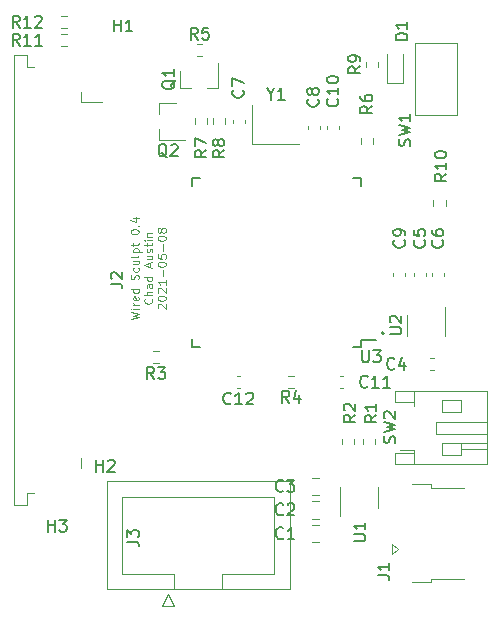
<source format=gbr>
G04 #@! TF.GenerationSoftware,KiCad,Pcbnew,(5.1.8)-1*
G04 #@! TF.CreationDate,2021-05-08T18:02:40-07:00*
G04 #@! TF.ProjectId,wired-sculpt,77697265-642d-4736-9375-6c70742e6b69,rev?*
G04 #@! TF.SameCoordinates,Original*
G04 #@! TF.FileFunction,Legend,Top*
G04 #@! TF.FilePolarity,Positive*
%FSLAX46Y46*%
G04 Gerber Fmt 4.6, Leading zero omitted, Abs format (unit mm)*
G04 Created by KiCad (PCBNEW (5.1.8)-1) date 2021-05-08 18:02:40*
%MOMM*%
%LPD*%
G01*
G04 APERTURE LIST*
%ADD10C,0.200000*%
%ADD11C,0.100000*%
%ADD12C,0.120000*%
%ADD13C,0.150000*%
G04 APERTURE END LIST*
D10*
X153100000Y-58000000D02*
G75*
G03*
X153100000Y-58000000I-100000J0D01*
G01*
D11*
X131643666Y-56820666D02*
X132343666Y-56654000D01*
X131843666Y-56520666D01*
X132343666Y-56387333D01*
X131643666Y-56220666D01*
X132343666Y-55954000D02*
X131877000Y-55954000D01*
X131643666Y-55954000D02*
X131677000Y-55987333D01*
X131710333Y-55954000D01*
X131677000Y-55920666D01*
X131643666Y-55954000D01*
X131710333Y-55954000D01*
X132343666Y-55620666D02*
X131877000Y-55620666D01*
X132010333Y-55620666D02*
X131943666Y-55587333D01*
X131910333Y-55554000D01*
X131877000Y-55487333D01*
X131877000Y-55420666D01*
X132310333Y-54920666D02*
X132343666Y-54987333D01*
X132343666Y-55120666D01*
X132310333Y-55187333D01*
X132243666Y-55220666D01*
X131977000Y-55220666D01*
X131910333Y-55187333D01*
X131877000Y-55120666D01*
X131877000Y-54987333D01*
X131910333Y-54920666D01*
X131977000Y-54887333D01*
X132043666Y-54887333D01*
X132110333Y-55220666D01*
X132343666Y-54287333D02*
X131643666Y-54287333D01*
X132310333Y-54287333D02*
X132343666Y-54354000D01*
X132343666Y-54487333D01*
X132310333Y-54554000D01*
X132277000Y-54587333D01*
X132210333Y-54620666D01*
X132010333Y-54620666D01*
X131943666Y-54587333D01*
X131910333Y-54554000D01*
X131877000Y-54487333D01*
X131877000Y-54354000D01*
X131910333Y-54287333D01*
X132310333Y-53454000D02*
X132343666Y-53354000D01*
X132343666Y-53187333D01*
X132310333Y-53120666D01*
X132277000Y-53087333D01*
X132210333Y-53054000D01*
X132143666Y-53054000D01*
X132077000Y-53087333D01*
X132043666Y-53120666D01*
X132010333Y-53187333D01*
X131977000Y-53320666D01*
X131943666Y-53387333D01*
X131910333Y-53420666D01*
X131843666Y-53454000D01*
X131777000Y-53454000D01*
X131710333Y-53420666D01*
X131677000Y-53387333D01*
X131643666Y-53320666D01*
X131643666Y-53154000D01*
X131677000Y-53054000D01*
X132310333Y-52454000D02*
X132343666Y-52520666D01*
X132343666Y-52654000D01*
X132310333Y-52720666D01*
X132277000Y-52754000D01*
X132210333Y-52787333D01*
X132010333Y-52787333D01*
X131943666Y-52754000D01*
X131910333Y-52720666D01*
X131877000Y-52654000D01*
X131877000Y-52520666D01*
X131910333Y-52454000D01*
X131877000Y-51854000D02*
X132343666Y-51854000D01*
X131877000Y-52154000D02*
X132243666Y-52154000D01*
X132310333Y-52120666D01*
X132343666Y-52054000D01*
X132343666Y-51954000D01*
X132310333Y-51887333D01*
X132277000Y-51854000D01*
X132343666Y-51420666D02*
X132310333Y-51487333D01*
X132243666Y-51520666D01*
X131643666Y-51520666D01*
X131877000Y-51154000D02*
X132577000Y-51154000D01*
X131910333Y-51154000D02*
X131877000Y-51087333D01*
X131877000Y-50954000D01*
X131910333Y-50887333D01*
X131943666Y-50854000D01*
X132010333Y-50820666D01*
X132210333Y-50820666D01*
X132277000Y-50854000D01*
X132310333Y-50887333D01*
X132343666Y-50954000D01*
X132343666Y-51087333D01*
X132310333Y-51154000D01*
X131877000Y-50620666D02*
X131877000Y-50354000D01*
X131643666Y-50520666D02*
X132243666Y-50520666D01*
X132310333Y-50487333D01*
X132343666Y-50420666D01*
X132343666Y-50354000D01*
X131643666Y-49454000D02*
X131643666Y-49387333D01*
X131677000Y-49320666D01*
X131710333Y-49287333D01*
X131777000Y-49254000D01*
X131910333Y-49220666D01*
X132077000Y-49220666D01*
X132210333Y-49254000D01*
X132277000Y-49287333D01*
X132310333Y-49320666D01*
X132343666Y-49387333D01*
X132343666Y-49454000D01*
X132310333Y-49520666D01*
X132277000Y-49554000D01*
X132210333Y-49587333D01*
X132077000Y-49620666D01*
X131910333Y-49620666D01*
X131777000Y-49587333D01*
X131710333Y-49554000D01*
X131677000Y-49520666D01*
X131643666Y-49454000D01*
X132277000Y-48920666D02*
X132310333Y-48887333D01*
X132343666Y-48920666D01*
X132310333Y-48954000D01*
X132277000Y-48920666D01*
X132343666Y-48920666D01*
X131877000Y-48287333D02*
X132343666Y-48287333D01*
X131610333Y-48454000D02*
X132110333Y-48620666D01*
X132110333Y-48187333D01*
X133427000Y-55087333D02*
X133460333Y-55120666D01*
X133493666Y-55220666D01*
X133493666Y-55287333D01*
X133460333Y-55387333D01*
X133393666Y-55454000D01*
X133327000Y-55487333D01*
X133193666Y-55520666D01*
X133093666Y-55520666D01*
X132960333Y-55487333D01*
X132893666Y-55454000D01*
X132827000Y-55387333D01*
X132793666Y-55287333D01*
X132793666Y-55220666D01*
X132827000Y-55120666D01*
X132860333Y-55087333D01*
X133493666Y-54787333D02*
X132793666Y-54787333D01*
X133493666Y-54487333D02*
X133127000Y-54487333D01*
X133060333Y-54520666D01*
X133027000Y-54587333D01*
X133027000Y-54687333D01*
X133060333Y-54754000D01*
X133093666Y-54787333D01*
X133493666Y-53854000D02*
X133127000Y-53854000D01*
X133060333Y-53887333D01*
X133027000Y-53954000D01*
X133027000Y-54087333D01*
X133060333Y-54154000D01*
X133460333Y-53854000D02*
X133493666Y-53920666D01*
X133493666Y-54087333D01*
X133460333Y-54154000D01*
X133393666Y-54187333D01*
X133327000Y-54187333D01*
X133260333Y-54154000D01*
X133227000Y-54087333D01*
X133227000Y-53920666D01*
X133193666Y-53854000D01*
X133493666Y-53220666D02*
X132793666Y-53220666D01*
X133460333Y-53220666D02*
X133493666Y-53287333D01*
X133493666Y-53420666D01*
X133460333Y-53487333D01*
X133427000Y-53520666D01*
X133360333Y-53554000D01*
X133160333Y-53554000D01*
X133093666Y-53520666D01*
X133060333Y-53487333D01*
X133027000Y-53420666D01*
X133027000Y-53287333D01*
X133060333Y-53220666D01*
X133293666Y-52387333D02*
X133293666Y-52054000D01*
X133493666Y-52454000D02*
X132793666Y-52220666D01*
X133493666Y-51987333D01*
X133027000Y-51454000D02*
X133493666Y-51454000D01*
X133027000Y-51754000D02*
X133393666Y-51754000D01*
X133460333Y-51720666D01*
X133493666Y-51654000D01*
X133493666Y-51554000D01*
X133460333Y-51487333D01*
X133427000Y-51454000D01*
X133460333Y-51154000D02*
X133493666Y-51087333D01*
X133493666Y-50954000D01*
X133460333Y-50887333D01*
X133393666Y-50854000D01*
X133360333Y-50854000D01*
X133293666Y-50887333D01*
X133260333Y-50954000D01*
X133260333Y-51054000D01*
X133227000Y-51120666D01*
X133160333Y-51154000D01*
X133127000Y-51154000D01*
X133060333Y-51120666D01*
X133027000Y-51054000D01*
X133027000Y-50954000D01*
X133060333Y-50887333D01*
X133027000Y-50654000D02*
X133027000Y-50387333D01*
X132793666Y-50554000D02*
X133393666Y-50554000D01*
X133460333Y-50520666D01*
X133493666Y-50454000D01*
X133493666Y-50387333D01*
X133493666Y-50154000D02*
X133027000Y-50154000D01*
X132793666Y-50154000D02*
X132827000Y-50187333D01*
X132860333Y-50154000D01*
X132827000Y-50120666D01*
X132793666Y-50154000D01*
X132860333Y-50154000D01*
X133027000Y-49820666D02*
X133493666Y-49820666D01*
X133093666Y-49820666D02*
X133060333Y-49787333D01*
X133027000Y-49720666D01*
X133027000Y-49620666D01*
X133060333Y-49554000D01*
X133127000Y-49520666D01*
X133493666Y-49520666D01*
X134010333Y-55904000D02*
X133977000Y-55870666D01*
X133943666Y-55804000D01*
X133943666Y-55637333D01*
X133977000Y-55570666D01*
X134010333Y-55537333D01*
X134077000Y-55504000D01*
X134143666Y-55504000D01*
X134243666Y-55537333D01*
X134643666Y-55937333D01*
X134643666Y-55504000D01*
X133943666Y-55070666D02*
X133943666Y-55004000D01*
X133977000Y-54937333D01*
X134010333Y-54904000D01*
X134077000Y-54870666D01*
X134210333Y-54837333D01*
X134377000Y-54837333D01*
X134510333Y-54870666D01*
X134577000Y-54904000D01*
X134610333Y-54937333D01*
X134643666Y-55004000D01*
X134643666Y-55070666D01*
X134610333Y-55137333D01*
X134577000Y-55170666D01*
X134510333Y-55204000D01*
X134377000Y-55237333D01*
X134210333Y-55237333D01*
X134077000Y-55204000D01*
X134010333Y-55170666D01*
X133977000Y-55137333D01*
X133943666Y-55070666D01*
X134010333Y-54570666D02*
X133977000Y-54537333D01*
X133943666Y-54470666D01*
X133943666Y-54304000D01*
X133977000Y-54237333D01*
X134010333Y-54204000D01*
X134077000Y-54170666D01*
X134143666Y-54170666D01*
X134243666Y-54204000D01*
X134643666Y-54604000D01*
X134643666Y-54170666D01*
X134643666Y-53504000D02*
X134643666Y-53904000D01*
X134643666Y-53704000D02*
X133943666Y-53704000D01*
X134043666Y-53770666D01*
X134110333Y-53837333D01*
X134143666Y-53904000D01*
X134377000Y-53204000D02*
X134377000Y-52670666D01*
X133943666Y-52204000D02*
X133943666Y-52137333D01*
X133977000Y-52070666D01*
X134010333Y-52037333D01*
X134077000Y-52004000D01*
X134210333Y-51970666D01*
X134377000Y-51970666D01*
X134510333Y-52004000D01*
X134577000Y-52037333D01*
X134610333Y-52070666D01*
X134643666Y-52137333D01*
X134643666Y-52204000D01*
X134610333Y-52270666D01*
X134577000Y-52304000D01*
X134510333Y-52337333D01*
X134377000Y-52370666D01*
X134210333Y-52370666D01*
X134077000Y-52337333D01*
X134010333Y-52304000D01*
X133977000Y-52270666D01*
X133943666Y-52204000D01*
X133943666Y-51337333D02*
X133943666Y-51670666D01*
X134277000Y-51704000D01*
X134243666Y-51670666D01*
X134210333Y-51604000D01*
X134210333Y-51437333D01*
X134243666Y-51370666D01*
X134277000Y-51337333D01*
X134343666Y-51304000D01*
X134510333Y-51304000D01*
X134577000Y-51337333D01*
X134610333Y-51370666D01*
X134643666Y-51437333D01*
X134643666Y-51604000D01*
X134610333Y-51670666D01*
X134577000Y-51704000D01*
X134377000Y-51004000D02*
X134377000Y-50470666D01*
X133943666Y-50004000D02*
X133943666Y-49937333D01*
X133977000Y-49870666D01*
X134010333Y-49837333D01*
X134077000Y-49804000D01*
X134210333Y-49770666D01*
X134377000Y-49770666D01*
X134510333Y-49804000D01*
X134577000Y-49837333D01*
X134610333Y-49870666D01*
X134643666Y-49937333D01*
X134643666Y-50004000D01*
X134610333Y-50070666D01*
X134577000Y-50104000D01*
X134510333Y-50137333D01*
X134377000Y-50170666D01*
X134210333Y-50170666D01*
X134077000Y-50137333D01*
X134010333Y-50104000D01*
X133977000Y-50070666D01*
X133943666Y-50004000D01*
X134243666Y-49370666D02*
X134210333Y-49437333D01*
X134177000Y-49470666D01*
X134110333Y-49504000D01*
X134077000Y-49504000D01*
X134010333Y-49470666D01*
X133977000Y-49437333D01*
X133943666Y-49370666D01*
X133943666Y-49237333D01*
X133977000Y-49170666D01*
X134010333Y-49137333D01*
X134077000Y-49104000D01*
X134110333Y-49104000D01*
X134177000Y-49137333D01*
X134210333Y-49170666D01*
X134243666Y-49237333D01*
X134243666Y-49370666D01*
X134277000Y-49437333D01*
X134310333Y-49470666D01*
X134377000Y-49504000D01*
X134510333Y-49504000D01*
X134577000Y-49470666D01*
X134610333Y-49437333D01*
X134643666Y-49370666D01*
X134643666Y-49237333D01*
X134610333Y-49170666D01*
X134577000Y-49137333D01*
X134510333Y-49104000D01*
X134377000Y-49104000D01*
X134310333Y-49137333D01*
X134277000Y-49170666D01*
X134243666Y-49237333D01*
D12*
G04 #@! TO.C,J3*
X135328000Y-81060000D02*
X134828000Y-80060000D01*
X134328000Y-81060000D02*
X135328000Y-81060000D01*
X134828000Y-80060000D02*
X134328000Y-81060000D01*
X139418000Y-78360000D02*
X139418000Y-79670000D01*
X139418000Y-78360000D02*
X139418000Y-78360000D01*
X143818000Y-78360000D02*
X139418000Y-78360000D01*
X143818000Y-71860000D02*
X143818000Y-78360000D01*
X130918000Y-71860000D02*
X143818000Y-71860000D01*
X130918000Y-78360000D02*
X130918000Y-71860000D01*
X135318000Y-78360000D02*
X130918000Y-78360000D01*
X135318000Y-79670000D02*
X135318000Y-78360000D01*
X145118000Y-79670000D02*
X129618000Y-79670000D01*
X145118000Y-70550000D02*
X145118000Y-79670000D01*
X129618000Y-70550000D02*
X145118000Y-70550000D01*
X129618000Y-79670000D02*
X129618000Y-70550000D01*
G04 #@! TO.C,C8*
X147657000Y-40438420D02*
X147657000Y-40719580D01*
X146637000Y-40438420D02*
X146637000Y-40719580D01*
G04 #@! TO.C,C12*
X140910580Y-62666000D02*
X140629420Y-62666000D01*
X140910580Y-61646000D02*
X140629420Y-61646000D01*
G04 #@! TO.C,R9*
X151544500Y-35494258D02*
X151544500Y-35019742D01*
X152589500Y-35494258D02*
X152589500Y-35019742D01*
G04 #@! TO.C,C3*
X147046748Y-70234000D02*
X147569252Y-70234000D01*
X147046748Y-71704000D02*
X147569252Y-71704000D01*
G04 #@! TO.C,U1*
X152610000Y-72800000D02*
X152610000Y-71000000D01*
X149390000Y-71000000D02*
X149390000Y-73450000D01*
D13*
G04 #@! TO.C,U3*
X151175000Y-59175000D02*
X151175000Y-58600000D01*
X136825000Y-59175000D02*
X136825000Y-58500000D01*
X136825000Y-44825000D02*
X136825000Y-45500000D01*
X151175000Y-44825000D02*
X151175000Y-45500000D01*
X151175000Y-59175000D02*
X150500000Y-59175000D01*
X151175000Y-44825000D02*
X150500000Y-44825000D01*
X136825000Y-44825000D02*
X137500000Y-44825000D01*
X136825000Y-59175000D02*
X137500000Y-59175000D01*
X151175000Y-58600000D02*
X152450000Y-58600000D01*
D12*
G04 #@! TO.C,R1*
X152368500Y-66935742D02*
X152368500Y-67410258D01*
X151323500Y-66935742D02*
X151323500Y-67410258D01*
G04 #@! TO.C,J2*
X127410000Y-68565000D02*
X127410000Y-69390000D01*
X127410000Y-38435000D02*
X129210000Y-38435000D01*
X127410000Y-37610000D02*
X127410000Y-38435000D01*
X122900000Y-35455000D02*
X123440000Y-35455000D01*
X122900000Y-34430000D02*
X122900000Y-35455000D01*
X121790000Y-34430000D02*
X122900000Y-34430000D01*
X121790000Y-72570000D02*
X121790000Y-34430000D01*
X122900000Y-72570000D02*
X121790000Y-72570000D01*
X122900000Y-71545000D02*
X122900000Y-72570000D01*
X123440000Y-71545000D02*
X122900000Y-71545000D01*
G04 #@! TO.C,C7*
X141307000Y-40211580D02*
X141307000Y-39930420D01*
X140287000Y-40211580D02*
X140287000Y-39930420D01*
G04 #@! TO.C,C9*
X154896000Y-52871420D02*
X154896000Y-53152580D01*
X153876000Y-52871420D02*
X153876000Y-53152580D01*
G04 #@! TO.C,D1*
X153382000Y-34344500D02*
X153382000Y-36829500D01*
X153382000Y-36829500D02*
X154752000Y-36829500D01*
X154752000Y-36829500D02*
X154752000Y-34344500D01*
G04 #@! TO.C,J1*
X157050000Y-79110000D02*
X155500000Y-79110000D01*
X157050000Y-79110000D02*
X157050000Y-78810000D01*
X159850000Y-78810000D02*
X157050000Y-78810000D01*
X157050000Y-70810000D02*
X155500000Y-70810000D01*
X157050000Y-71110000D02*
X157050000Y-70810000D01*
X159850000Y-71110000D02*
X157050000Y-71110000D01*
X153800000Y-75860000D02*
X154250000Y-76260000D01*
X153800000Y-76660000D02*
X153800000Y-75860000D01*
X154250000Y-76260000D02*
X153800000Y-76660000D01*
G04 #@! TO.C,R2*
X149545500Y-66935742D02*
X149545500Y-67410258D01*
X150590500Y-66935742D02*
X150590500Y-67410258D01*
G04 #@! TO.C,SW1*
X159310000Y-33440000D02*
X159310000Y-39560000D01*
X159310000Y-39560000D02*
X155690000Y-39560000D01*
X155690000Y-39560000D02*
X155690000Y-33440000D01*
X155690000Y-33440000D02*
X159310000Y-33440000D01*
G04 #@! TO.C,Y1*
X141908500Y-38662000D02*
X141908500Y-41962000D01*
X141908500Y-41962000D02*
X145908500Y-41962000D01*
G04 #@! TO.C,R3*
X134037258Y-59477500D02*
X133562742Y-59477500D01*
X134037258Y-60522500D02*
X133562742Y-60522500D01*
G04 #@! TO.C,R10*
X158322500Y-47212258D02*
X158322500Y-46737742D01*
X157277500Y-47212258D02*
X157277500Y-46737742D01*
G04 #@! TO.C,C1*
X147046748Y-74234000D02*
X147569252Y-74234000D01*
X147046748Y-75704000D02*
X147569252Y-75704000D01*
G04 #@! TO.C,C2*
X147046748Y-73704000D02*
X147569252Y-73704000D01*
X147046748Y-72234000D02*
X147569252Y-72234000D01*
G04 #@! TO.C,R4*
X145479258Y-62678500D02*
X145004742Y-62678500D01*
X145479258Y-61633500D02*
X145004742Y-61633500D01*
G04 #@! TO.C,SW2*
X155640000Y-67860000D02*
X155640000Y-68140000D01*
X155640000Y-68140000D02*
X154040000Y-68140000D01*
X154040000Y-68140000D02*
X154040000Y-69060000D01*
X154040000Y-69060000D02*
X161860000Y-69060000D01*
X161860000Y-69060000D02*
X161860000Y-62940000D01*
X161860000Y-62940000D02*
X154040000Y-62940000D01*
X154040000Y-62940000D02*
X154040000Y-63860000D01*
X154040000Y-63860000D02*
X155640000Y-63860000D01*
X155640000Y-63860000D02*
X155640000Y-64140000D01*
X161860000Y-66500000D02*
X157500000Y-66500000D01*
X157500000Y-66500000D02*
X157500000Y-65500000D01*
X157500000Y-65500000D02*
X161860000Y-65500000D01*
X155640000Y-69060000D02*
X155640000Y-68140000D01*
X155640000Y-62940000D02*
X155640000Y-63860000D01*
X158000000Y-68300000D02*
X159600000Y-68300000D01*
X159600000Y-68300000D02*
X159600000Y-67300000D01*
X159600000Y-67300000D02*
X158000000Y-67300000D01*
X158000000Y-67300000D02*
X158000000Y-68300000D01*
X158000000Y-63700000D02*
X159600000Y-63700000D01*
X159600000Y-63700000D02*
X159600000Y-64700000D01*
X159600000Y-64700000D02*
X158000000Y-64700000D01*
X158000000Y-64700000D02*
X158000000Y-63700000D01*
X159600000Y-67300000D02*
X161860000Y-67300000D01*
X159600000Y-67800000D02*
X161860000Y-67800000D01*
X155640000Y-67860000D02*
X154425000Y-67860000D01*
G04 #@! TO.C,C11*
X149379420Y-62666000D02*
X149660580Y-62666000D01*
X149379420Y-61646000D02*
X149660580Y-61646000D01*
G04 #@! TO.C,C10*
X148288000Y-40719580D02*
X148288000Y-40438420D01*
X149308000Y-40719580D02*
X149308000Y-40438420D01*
G04 #@! TO.C,C4*
X157039420Y-60122000D02*
X157320580Y-60122000D01*
X157039420Y-61142000D02*
X157320580Y-61142000D01*
G04 #@! TO.C,C5*
X156674000Y-53152580D02*
X156674000Y-52871420D01*
X155654000Y-53152580D02*
X155654000Y-52871420D01*
G04 #@! TO.C,C6*
X157178000Y-53152580D02*
X157178000Y-52871420D01*
X158198000Y-53152580D02*
X158198000Y-52871420D01*
G04 #@! TO.C,U2*
X155062000Y-56430000D02*
X155062000Y-58230000D01*
X158282000Y-58230000D02*
X158282000Y-55780000D01*
G04 #@! TO.C,Q1*
X135854000Y-37246000D02*
X136784000Y-37246000D01*
X139014000Y-37246000D02*
X138084000Y-37246000D01*
X139014000Y-37246000D02*
X139014000Y-35086000D01*
X135854000Y-37246000D02*
X135854000Y-35786000D01*
G04 #@! TO.C,Q2*
X134068000Y-38478000D02*
X135528000Y-38478000D01*
X134068000Y-41638000D02*
X136228000Y-41638000D01*
X134068000Y-41638000D02*
X134068000Y-40708000D01*
X134068000Y-38478000D02*
X134068000Y-39408000D01*
G04 #@! TO.C,R5*
X137732758Y-33503000D02*
X137258242Y-33503000D01*
X137732758Y-34548000D02*
X137258242Y-34548000D01*
G04 #@! TO.C,R6*
X152178000Y-41471242D02*
X152178000Y-41945758D01*
X151133000Y-41471242D02*
X151133000Y-41945758D01*
G04 #@! TO.C,R7*
X138144500Y-40295258D02*
X138144500Y-39820742D01*
X137099500Y-40295258D02*
X137099500Y-39820742D01*
G04 #@! TO.C,R8*
X138623500Y-40295258D02*
X138623500Y-39820742D01*
X139668500Y-40295258D02*
X139668500Y-39820742D01*
G04 #@! TO.C,R11*
X125763742Y-32677500D02*
X126238258Y-32677500D01*
X125763742Y-33722500D02*
X126238258Y-33722500D01*
G04 #@! TO.C,R12*
X125763742Y-32198500D02*
X126238258Y-32198500D01*
X125763742Y-31153500D02*
X126238258Y-31153500D01*
G04 #@! TO.C,J3*
D13*
X131330380Y-75663333D02*
X132044666Y-75663333D01*
X132187523Y-75710952D01*
X132282761Y-75806190D01*
X132330380Y-75949047D01*
X132330380Y-76044285D01*
X131330380Y-75282380D02*
X131330380Y-74663333D01*
X131711333Y-74996666D01*
X131711333Y-74853809D01*
X131758952Y-74758571D01*
X131806571Y-74710952D01*
X131901809Y-74663333D01*
X132139904Y-74663333D01*
X132235142Y-74710952D01*
X132282761Y-74758571D01*
X132330380Y-74853809D01*
X132330380Y-75139523D01*
X132282761Y-75234761D01*
X132235142Y-75282380D01*
G04 #@! TO.C,C8*
X147504142Y-38192666D02*
X147551761Y-38240285D01*
X147599380Y-38383142D01*
X147599380Y-38478380D01*
X147551761Y-38621238D01*
X147456523Y-38716476D01*
X147361285Y-38764095D01*
X147170809Y-38811714D01*
X147027952Y-38811714D01*
X146837476Y-38764095D01*
X146742238Y-38716476D01*
X146647000Y-38621238D01*
X146599380Y-38478380D01*
X146599380Y-38383142D01*
X146647000Y-38240285D01*
X146694619Y-38192666D01*
X147027952Y-37621238D02*
X146980333Y-37716476D01*
X146932714Y-37764095D01*
X146837476Y-37811714D01*
X146789857Y-37811714D01*
X146694619Y-37764095D01*
X146647000Y-37716476D01*
X146599380Y-37621238D01*
X146599380Y-37430761D01*
X146647000Y-37335523D01*
X146694619Y-37287904D01*
X146789857Y-37240285D01*
X146837476Y-37240285D01*
X146932714Y-37287904D01*
X146980333Y-37335523D01*
X147027952Y-37430761D01*
X147027952Y-37621238D01*
X147075571Y-37716476D01*
X147123190Y-37764095D01*
X147218428Y-37811714D01*
X147408904Y-37811714D01*
X147504142Y-37764095D01*
X147551761Y-37716476D01*
X147599380Y-37621238D01*
X147599380Y-37430761D01*
X147551761Y-37335523D01*
X147504142Y-37287904D01*
X147408904Y-37240285D01*
X147218428Y-37240285D01*
X147123190Y-37287904D01*
X147075571Y-37335523D01*
X147027952Y-37430761D01*
G04 #@! TO.C,C12*
X140127142Y-63943142D02*
X140079523Y-63990761D01*
X139936666Y-64038380D01*
X139841428Y-64038380D01*
X139698571Y-63990761D01*
X139603333Y-63895523D01*
X139555714Y-63800285D01*
X139508095Y-63609809D01*
X139508095Y-63466952D01*
X139555714Y-63276476D01*
X139603333Y-63181238D01*
X139698571Y-63086000D01*
X139841428Y-63038380D01*
X139936666Y-63038380D01*
X140079523Y-63086000D01*
X140127142Y-63133619D01*
X141079523Y-64038380D02*
X140508095Y-64038380D01*
X140793809Y-64038380D02*
X140793809Y-63038380D01*
X140698571Y-63181238D01*
X140603333Y-63276476D01*
X140508095Y-63324095D01*
X141460476Y-63133619D02*
X141508095Y-63086000D01*
X141603333Y-63038380D01*
X141841428Y-63038380D01*
X141936666Y-63086000D01*
X141984285Y-63133619D01*
X142031904Y-63228857D01*
X142031904Y-63324095D01*
X141984285Y-63466952D01*
X141412857Y-64038380D01*
X142031904Y-64038380D01*
G04 #@! TO.C,R9*
X151089380Y-35423666D02*
X150613190Y-35757000D01*
X151089380Y-35995095D02*
X150089380Y-35995095D01*
X150089380Y-35614142D01*
X150137000Y-35518904D01*
X150184619Y-35471285D01*
X150279857Y-35423666D01*
X150422714Y-35423666D01*
X150517952Y-35471285D01*
X150565571Y-35518904D01*
X150613190Y-35614142D01*
X150613190Y-35995095D01*
X151089380Y-34947476D02*
X151089380Y-34757000D01*
X151041761Y-34661761D01*
X150994142Y-34614142D01*
X150851285Y-34518904D01*
X150660809Y-34471285D01*
X150279857Y-34471285D01*
X150184619Y-34518904D01*
X150137000Y-34566523D01*
X150089380Y-34661761D01*
X150089380Y-34852238D01*
X150137000Y-34947476D01*
X150184619Y-34995095D01*
X150279857Y-35042714D01*
X150517952Y-35042714D01*
X150613190Y-34995095D01*
X150660809Y-34947476D01*
X150708428Y-34852238D01*
X150708428Y-34661761D01*
X150660809Y-34566523D01*
X150613190Y-34518904D01*
X150517952Y-34471285D01*
G04 #@! TO.C,C3*
X144567333Y-71326142D02*
X144519714Y-71373761D01*
X144376857Y-71421380D01*
X144281619Y-71421380D01*
X144138761Y-71373761D01*
X144043523Y-71278523D01*
X143995904Y-71183285D01*
X143948285Y-70992809D01*
X143948285Y-70849952D01*
X143995904Y-70659476D01*
X144043523Y-70564238D01*
X144138761Y-70469000D01*
X144281619Y-70421380D01*
X144376857Y-70421380D01*
X144519714Y-70469000D01*
X144567333Y-70516619D01*
X144900666Y-70421380D02*
X145519714Y-70421380D01*
X145186380Y-70802333D01*
X145329238Y-70802333D01*
X145424476Y-70849952D01*
X145472095Y-70897571D01*
X145519714Y-70992809D01*
X145519714Y-71230904D01*
X145472095Y-71326142D01*
X145424476Y-71373761D01*
X145329238Y-71421380D01*
X145043523Y-71421380D01*
X144948285Y-71373761D01*
X144900666Y-71326142D01*
G04 #@! TO.C,U1*
X150536380Y-75617904D02*
X151345904Y-75617904D01*
X151441142Y-75570285D01*
X151488761Y-75522666D01*
X151536380Y-75427428D01*
X151536380Y-75236952D01*
X151488761Y-75141714D01*
X151441142Y-75094095D01*
X151345904Y-75046476D01*
X150536380Y-75046476D01*
X151536380Y-74046476D02*
X151536380Y-74617904D01*
X151536380Y-74332190D02*
X150536380Y-74332190D01*
X150679238Y-74427428D01*
X150774476Y-74522666D01*
X150822095Y-74617904D01*
G04 #@! TO.C,U3*
X151238095Y-59452380D02*
X151238095Y-60261904D01*
X151285714Y-60357142D01*
X151333333Y-60404761D01*
X151428571Y-60452380D01*
X151619047Y-60452380D01*
X151714285Y-60404761D01*
X151761904Y-60357142D01*
X151809523Y-60261904D01*
X151809523Y-59452380D01*
X152190476Y-59452380D02*
X152809523Y-59452380D01*
X152476190Y-59833333D01*
X152619047Y-59833333D01*
X152714285Y-59880952D01*
X152761904Y-59928571D01*
X152809523Y-60023809D01*
X152809523Y-60261904D01*
X152761904Y-60357142D01*
X152714285Y-60404761D01*
X152619047Y-60452380D01*
X152333333Y-60452380D01*
X152238095Y-60404761D01*
X152190476Y-60357142D01*
G04 #@! TO.C,R1*
X152468380Y-64934666D02*
X151992190Y-65268000D01*
X152468380Y-65506095D02*
X151468380Y-65506095D01*
X151468380Y-65125142D01*
X151516000Y-65029904D01*
X151563619Y-64982285D01*
X151658857Y-64934666D01*
X151801714Y-64934666D01*
X151896952Y-64982285D01*
X151944571Y-65029904D01*
X151992190Y-65125142D01*
X151992190Y-65506095D01*
X152468380Y-63982285D02*
X152468380Y-64553714D01*
X152468380Y-64268000D02*
X151468380Y-64268000D01*
X151611238Y-64363238D01*
X151706476Y-64458476D01*
X151754095Y-64553714D01*
G04 #@! TO.C,J2*
X129952380Y-53833333D02*
X130666666Y-53833333D01*
X130809523Y-53880952D01*
X130904761Y-53976190D01*
X130952380Y-54119047D01*
X130952380Y-54214285D01*
X130047619Y-53404761D02*
X130000000Y-53357142D01*
X129952380Y-53261904D01*
X129952380Y-53023809D01*
X130000000Y-52928571D01*
X130047619Y-52880952D01*
X130142857Y-52833333D01*
X130238095Y-52833333D01*
X130380952Y-52880952D01*
X130952380Y-53452380D01*
X130952380Y-52833333D01*
G04 #@! TO.C,C7*
X141154142Y-37430666D02*
X141201761Y-37478285D01*
X141249380Y-37621142D01*
X141249380Y-37716380D01*
X141201761Y-37859238D01*
X141106523Y-37954476D01*
X141011285Y-38002095D01*
X140820809Y-38049714D01*
X140677952Y-38049714D01*
X140487476Y-38002095D01*
X140392238Y-37954476D01*
X140297000Y-37859238D01*
X140249380Y-37716380D01*
X140249380Y-37621142D01*
X140297000Y-37478285D01*
X140344619Y-37430666D01*
X140249380Y-37097333D02*
X140249380Y-36430666D01*
X141249380Y-36859238D01*
G04 #@! TO.C,C9*
X154806642Y-50130666D02*
X154854261Y-50178285D01*
X154901880Y-50321142D01*
X154901880Y-50416380D01*
X154854261Y-50559238D01*
X154759023Y-50654476D01*
X154663785Y-50702095D01*
X154473309Y-50749714D01*
X154330452Y-50749714D01*
X154139976Y-50702095D01*
X154044738Y-50654476D01*
X153949500Y-50559238D01*
X153901880Y-50416380D01*
X153901880Y-50321142D01*
X153949500Y-50178285D01*
X153997119Y-50130666D01*
X154901880Y-49654476D02*
X154901880Y-49464000D01*
X154854261Y-49368761D01*
X154806642Y-49321142D01*
X154663785Y-49225904D01*
X154473309Y-49178285D01*
X154092357Y-49178285D01*
X153997119Y-49225904D01*
X153949500Y-49273523D01*
X153901880Y-49368761D01*
X153901880Y-49559238D01*
X153949500Y-49654476D01*
X153997119Y-49702095D01*
X154092357Y-49749714D01*
X154330452Y-49749714D01*
X154425690Y-49702095D01*
X154473309Y-49654476D01*
X154520928Y-49559238D01*
X154520928Y-49368761D01*
X154473309Y-49273523D01*
X154425690Y-49225904D01*
X154330452Y-49178285D01*
G04 #@! TO.C,D1*
X155092380Y-33176095D02*
X154092380Y-33176095D01*
X154092380Y-32938000D01*
X154140000Y-32795142D01*
X154235238Y-32699904D01*
X154330476Y-32652285D01*
X154520952Y-32604666D01*
X154663809Y-32604666D01*
X154854285Y-32652285D01*
X154949523Y-32699904D01*
X155044761Y-32795142D01*
X155092380Y-32938000D01*
X155092380Y-33176095D01*
X155092380Y-31652285D02*
X155092380Y-32223714D01*
X155092380Y-31938000D02*
X154092380Y-31938000D01*
X154235238Y-32033238D01*
X154330476Y-32128476D01*
X154378095Y-32223714D01*
G04 #@! TO.C,J1*
X152568380Y-78491333D02*
X153282666Y-78491333D01*
X153425523Y-78538952D01*
X153520761Y-78634190D01*
X153568380Y-78777047D01*
X153568380Y-78872285D01*
X153568380Y-77491333D02*
X153568380Y-78062761D01*
X153568380Y-77777047D02*
X152568380Y-77777047D01*
X152711238Y-77872285D01*
X152806476Y-77967523D01*
X152854095Y-78062761D01*
G04 #@! TO.C,R2*
X150680380Y-64924666D02*
X150204190Y-65258000D01*
X150680380Y-65496095D02*
X149680380Y-65496095D01*
X149680380Y-65115142D01*
X149728000Y-65019904D01*
X149775619Y-64972285D01*
X149870857Y-64924666D01*
X150013714Y-64924666D01*
X150108952Y-64972285D01*
X150156571Y-65019904D01*
X150204190Y-65115142D01*
X150204190Y-65496095D01*
X149775619Y-64543714D02*
X149728000Y-64496095D01*
X149680380Y-64400857D01*
X149680380Y-64162761D01*
X149728000Y-64067523D01*
X149775619Y-64019904D01*
X149870857Y-63972285D01*
X149966095Y-63972285D01*
X150108952Y-64019904D01*
X150680380Y-64591333D01*
X150680380Y-63972285D01*
G04 #@! TO.C,SW1*
X155298761Y-42153333D02*
X155346380Y-42010476D01*
X155346380Y-41772380D01*
X155298761Y-41677142D01*
X155251142Y-41629523D01*
X155155904Y-41581904D01*
X155060666Y-41581904D01*
X154965428Y-41629523D01*
X154917809Y-41677142D01*
X154870190Y-41772380D01*
X154822571Y-41962857D01*
X154774952Y-42058095D01*
X154727333Y-42105714D01*
X154632095Y-42153333D01*
X154536857Y-42153333D01*
X154441619Y-42105714D01*
X154394000Y-42058095D01*
X154346380Y-41962857D01*
X154346380Y-41724761D01*
X154394000Y-41581904D01*
X154346380Y-41248571D02*
X155346380Y-41010476D01*
X154632095Y-40820000D01*
X155346380Y-40629523D01*
X154346380Y-40391428D01*
X155346380Y-39486666D02*
X155346380Y-40058095D01*
X155346380Y-39772380D02*
X154346380Y-39772380D01*
X154489238Y-39867619D01*
X154584476Y-39962857D01*
X154632095Y-40058095D01*
G04 #@! TO.C,Y1*
X143495809Y-37748190D02*
X143495809Y-38224380D01*
X143162476Y-37224380D02*
X143495809Y-37748190D01*
X143829142Y-37224380D01*
X144686285Y-38224380D02*
X144114857Y-38224380D01*
X144400571Y-38224380D02*
X144400571Y-37224380D01*
X144305333Y-37367238D01*
X144210095Y-37462476D01*
X144114857Y-37510095D01*
G04 #@! TO.C,R3*
X133633333Y-61882380D02*
X133300000Y-61406190D01*
X133061904Y-61882380D02*
X133061904Y-60882380D01*
X133442857Y-60882380D01*
X133538095Y-60930000D01*
X133585714Y-60977619D01*
X133633333Y-61072857D01*
X133633333Y-61215714D01*
X133585714Y-61310952D01*
X133538095Y-61358571D01*
X133442857Y-61406190D01*
X133061904Y-61406190D01*
X133966666Y-60882380D02*
X134585714Y-60882380D01*
X134252380Y-61263333D01*
X134395238Y-61263333D01*
X134490476Y-61310952D01*
X134538095Y-61358571D01*
X134585714Y-61453809D01*
X134585714Y-61691904D01*
X134538095Y-61787142D01*
X134490476Y-61834761D01*
X134395238Y-61882380D01*
X134109523Y-61882380D01*
X134014285Y-61834761D01*
X133966666Y-61787142D01*
G04 #@! TO.C,H1*
X130238095Y-32452380D02*
X130238095Y-31452380D01*
X130238095Y-31928571D02*
X130809523Y-31928571D01*
X130809523Y-32452380D02*
X130809523Y-31452380D01*
X131809523Y-32452380D02*
X131238095Y-32452380D01*
X131523809Y-32452380D02*
X131523809Y-31452380D01*
X131428571Y-31595238D01*
X131333333Y-31690476D01*
X131238095Y-31738095D01*
G04 #@! TO.C,H2*
X128732095Y-69720380D02*
X128732095Y-68720380D01*
X128732095Y-69196571D02*
X129303523Y-69196571D01*
X129303523Y-69720380D02*
X129303523Y-68720380D01*
X129732095Y-68815619D02*
X129779714Y-68768000D01*
X129874952Y-68720380D01*
X130113047Y-68720380D01*
X130208285Y-68768000D01*
X130255904Y-68815619D01*
X130303523Y-68910857D01*
X130303523Y-69006095D01*
X130255904Y-69148952D01*
X129684476Y-69720380D01*
X130303523Y-69720380D01*
G04 #@! TO.C,R10*
X158394380Y-44510857D02*
X157918190Y-44844190D01*
X158394380Y-45082285D02*
X157394380Y-45082285D01*
X157394380Y-44701333D01*
X157442000Y-44606095D01*
X157489619Y-44558476D01*
X157584857Y-44510857D01*
X157727714Y-44510857D01*
X157822952Y-44558476D01*
X157870571Y-44606095D01*
X157918190Y-44701333D01*
X157918190Y-45082285D01*
X158394380Y-43558476D02*
X158394380Y-44129904D01*
X158394380Y-43844190D02*
X157394380Y-43844190D01*
X157537238Y-43939428D01*
X157632476Y-44034666D01*
X157680095Y-44129904D01*
X157394380Y-42939428D02*
X157394380Y-42844190D01*
X157442000Y-42748952D01*
X157489619Y-42701333D01*
X157584857Y-42653714D01*
X157775333Y-42606095D01*
X158013428Y-42606095D01*
X158203904Y-42653714D01*
X158299142Y-42701333D01*
X158346761Y-42748952D01*
X158394380Y-42844190D01*
X158394380Y-42939428D01*
X158346761Y-43034666D01*
X158299142Y-43082285D01*
X158203904Y-43129904D01*
X158013428Y-43177523D01*
X157775333Y-43177523D01*
X157584857Y-43129904D01*
X157489619Y-43082285D01*
X157442000Y-43034666D01*
X157394380Y-42939428D01*
G04 #@! TO.C,H3*
X124668095Y-74800380D02*
X124668095Y-73800380D01*
X124668095Y-74276571D02*
X125239523Y-74276571D01*
X125239523Y-74800380D02*
X125239523Y-73800380D01*
X125620476Y-73800380D02*
X126239523Y-73800380D01*
X125906190Y-74181333D01*
X126049047Y-74181333D01*
X126144285Y-74228952D01*
X126191904Y-74276571D01*
X126239523Y-74371809D01*
X126239523Y-74609904D01*
X126191904Y-74705142D01*
X126144285Y-74752761D01*
X126049047Y-74800380D01*
X125763333Y-74800380D01*
X125668095Y-74752761D01*
X125620476Y-74705142D01*
G04 #@! TO.C,C1*
X144567333Y-75340142D02*
X144519714Y-75387761D01*
X144376857Y-75435380D01*
X144281619Y-75435380D01*
X144138761Y-75387761D01*
X144043523Y-75292523D01*
X143995904Y-75197285D01*
X143948285Y-75006809D01*
X143948285Y-74863952D01*
X143995904Y-74673476D01*
X144043523Y-74578238D01*
X144138761Y-74483000D01*
X144281619Y-74435380D01*
X144376857Y-74435380D01*
X144519714Y-74483000D01*
X144567333Y-74530619D01*
X145519714Y-75435380D02*
X144948285Y-75435380D01*
X145234000Y-75435380D02*
X145234000Y-74435380D01*
X145138761Y-74578238D01*
X145043523Y-74673476D01*
X144948285Y-74721095D01*
G04 #@! TO.C,C2*
X144567333Y-73326142D02*
X144519714Y-73373761D01*
X144376857Y-73421380D01*
X144281619Y-73421380D01*
X144138761Y-73373761D01*
X144043523Y-73278523D01*
X143995904Y-73183285D01*
X143948285Y-72992809D01*
X143948285Y-72849952D01*
X143995904Y-72659476D01*
X144043523Y-72564238D01*
X144138761Y-72469000D01*
X144281619Y-72421380D01*
X144376857Y-72421380D01*
X144519714Y-72469000D01*
X144567333Y-72516619D01*
X144948285Y-72516619D02*
X144995904Y-72469000D01*
X145091142Y-72421380D01*
X145329238Y-72421380D01*
X145424476Y-72469000D01*
X145472095Y-72516619D01*
X145519714Y-72611857D01*
X145519714Y-72707095D01*
X145472095Y-72849952D01*
X144900666Y-73421380D01*
X145519714Y-73421380D01*
G04 #@! TO.C,R4*
X145075333Y-63878380D02*
X144742000Y-63402190D01*
X144503904Y-63878380D02*
X144503904Y-62878380D01*
X144884857Y-62878380D01*
X144980095Y-62926000D01*
X145027714Y-62973619D01*
X145075333Y-63068857D01*
X145075333Y-63211714D01*
X145027714Y-63306952D01*
X144980095Y-63354571D01*
X144884857Y-63402190D01*
X144503904Y-63402190D01*
X145932476Y-63211714D02*
X145932476Y-63878380D01*
X145694380Y-62830761D02*
X145456285Y-63545047D01*
X146075333Y-63545047D01*
G04 #@! TO.C,SW2*
X154028761Y-67299333D02*
X154076380Y-67156476D01*
X154076380Y-66918380D01*
X154028761Y-66823142D01*
X153981142Y-66775523D01*
X153885904Y-66727904D01*
X153790666Y-66727904D01*
X153695428Y-66775523D01*
X153647809Y-66823142D01*
X153600190Y-66918380D01*
X153552571Y-67108857D01*
X153504952Y-67204095D01*
X153457333Y-67251714D01*
X153362095Y-67299333D01*
X153266857Y-67299333D01*
X153171619Y-67251714D01*
X153124000Y-67204095D01*
X153076380Y-67108857D01*
X153076380Y-66870761D01*
X153124000Y-66727904D01*
X153076380Y-66394571D02*
X154076380Y-66156476D01*
X153362095Y-65966000D01*
X154076380Y-65775523D01*
X153076380Y-65537428D01*
X153171619Y-65204095D02*
X153124000Y-65156476D01*
X153076380Y-65061238D01*
X153076380Y-64823142D01*
X153124000Y-64727904D01*
X153171619Y-64680285D01*
X153266857Y-64632666D01*
X153362095Y-64632666D01*
X153504952Y-64680285D01*
X154076380Y-65251714D01*
X154076380Y-64632666D01*
G04 #@! TO.C,C11*
X151711142Y-62513142D02*
X151663523Y-62560761D01*
X151520666Y-62608380D01*
X151425428Y-62608380D01*
X151282571Y-62560761D01*
X151187333Y-62465523D01*
X151139714Y-62370285D01*
X151092095Y-62179809D01*
X151092095Y-62036952D01*
X151139714Y-61846476D01*
X151187333Y-61751238D01*
X151282571Y-61656000D01*
X151425428Y-61608380D01*
X151520666Y-61608380D01*
X151663523Y-61656000D01*
X151711142Y-61703619D01*
X152663523Y-62608380D02*
X152092095Y-62608380D01*
X152377809Y-62608380D02*
X152377809Y-61608380D01*
X152282571Y-61751238D01*
X152187333Y-61846476D01*
X152092095Y-61894095D01*
X153615904Y-62608380D02*
X153044476Y-62608380D01*
X153330190Y-62608380D02*
X153330190Y-61608380D01*
X153234952Y-61751238D01*
X153139714Y-61846476D01*
X153044476Y-61894095D01*
G04 #@! TO.C,C10*
X149155142Y-38160857D02*
X149202761Y-38208476D01*
X149250380Y-38351333D01*
X149250380Y-38446571D01*
X149202761Y-38589428D01*
X149107523Y-38684666D01*
X149012285Y-38732285D01*
X148821809Y-38779904D01*
X148678952Y-38779904D01*
X148488476Y-38732285D01*
X148393238Y-38684666D01*
X148298000Y-38589428D01*
X148250380Y-38446571D01*
X148250380Y-38351333D01*
X148298000Y-38208476D01*
X148345619Y-38160857D01*
X149250380Y-37208476D02*
X149250380Y-37779904D01*
X149250380Y-37494190D02*
X148250380Y-37494190D01*
X148393238Y-37589428D01*
X148488476Y-37684666D01*
X148536095Y-37779904D01*
X148250380Y-36589428D02*
X148250380Y-36494190D01*
X148298000Y-36398952D01*
X148345619Y-36351333D01*
X148440857Y-36303714D01*
X148631333Y-36256095D01*
X148869428Y-36256095D01*
X149059904Y-36303714D01*
X149155142Y-36351333D01*
X149202761Y-36398952D01*
X149250380Y-36494190D01*
X149250380Y-36589428D01*
X149202761Y-36684666D01*
X149155142Y-36732285D01*
X149059904Y-36779904D01*
X148869428Y-36827523D01*
X148631333Y-36827523D01*
X148440857Y-36779904D01*
X148345619Y-36732285D01*
X148298000Y-36684666D01*
X148250380Y-36589428D01*
G04 #@! TO.C,C4*
X153978333Y-60989142D02*
X153930714Y-61036761D01*
X153787857Y-61084380D01*
X153692619Y-61084380D01*
X153549761Y-61036761D01*
X153454523Y-60941523D01*
X153406904Y-60846285D01*
X153359285Y-60655809D01*
X153359285Y-60512952D01*
X153406904Y-60322476D01*
X153454523Y-60227238D01*
X153549761Y-60132000D01*
X153692619Y-60084380D01*
X153787857Y-60084380D01*
X153930714Y-60132000D01*
X153978333Y-60179619D01*
X154835476Y-60417714D02*
X154835476Y-61084380D01*
X154597380Y-60036761D02*
X154359285Y-60751047D01*
X154978333Y-60751047D01*
G04 #@! TO.C,C5*
X156521142Y-50130666D02*
X156568761Y-50178285D01*
X156616380Y-50321142D01*
X156616380Y-50416380D01*
X156568761Y-50559238D01*
X156473523Y-50654476D01*
X156378285Y-50702095D01*
X156187809Y-50749714D01*
X156044952Y-50749714D01*
X155854476Y-50702095D01*
X155759238Y-50654476D01*
X155664000Y-50559238D01*
X155616380Y-50416380D01*
X155616380Y-50321142D01*
X155664000Y-50178285D01*
X155711619Y-50130666D01*
X155616380Y-49225904D02*
X155616380Y-49702095D01*
X156092571Y-49749714D01*
X156044952Y-49702095D01*
X155997333Y-49606857D01*
X155997333Y-49368761D01*
X156044952Y-49273523D01*
X156092571Y-49225904D01*
X156187809Y-49178285D01*
X156425904Y-49178285D01*
X156521142Y-49225904D01*
X156568761Y-49273523D01*
X156616380Y-49368761D01*
X156616380Y-49606857D01*
X156568761Y-49702095D01*
X156521142Y-49749714D01*
G04 #@! TO.C,C6*
X158045142Y-50130666D02*
X158092761Y-50178285D01*
X158140380Y-50321142D01*
X158140380Y-50416380D01*
X158092761Y-50559238D01*
X157997523Y-50654476D01*
X157902285Y-50702095D01*
X157711809Y-50749714D01*
X157568952Y-50749714D01*
X157378476Y-50702095D01*
X157283238Y-50654476D01*
X157188000Y-50559238D01*
X157140380Y-50416380D01*
X157140380Y-50321142D01*
X157188000Y-50178285D01*
X157235619Y-50130666D01*
X157140380Y-49273523D02*
X157140380Y-49464000D01*
X157188000Y-49559238D01*
X157235619Y-49606857D01*
X157378476Y-49702095D01*
X157568952Y-49749714D01*
X157949904Y-49749714D01*
X158045142Y-49702095D01*
X158092761Y-49654476D01*
X158140380Y-49559238D01*
X158140380Y-49368761D01*
X158092761Y-49273523D01*
X158045142Y-49225904D01*
X157949904Y-49178285D01*
X157711809Y-49178285D01*
X157616571Y-49225904D01*
X157568952Y-49273523D01*
X157521333Y-49368761D01*
X157521333Y-49559238D01*
X157568952Y-49654476D01*
X157616571Y-49702095D01*
X157711809Y-49749714D01*
G04 #@! TO.C,U2*
X153584380Y-58091904D02*
X154393904Y-58091904D01*
X154489142Y-58044285D01*
X154536761Y-57996666D01*
X154584380Y-57901428D01*
X154584380Y-57710952D01*
X154536761Y-57615714D01*
X154489142Y-57568095D01*
X154393904Y-57520476D01*
X153584380Y-57520476D01*
X153679619Y-57091904D02*
X153632000Y-57044285D01*
X153584380Y-56949047D01*
X153584380Y-56710952D01*
X153632000Y-56615714D01*
X153679619Y-56568095D01*
X153774857Y-56520476D01*
X153870095Y-56520476D01*
X154012952Y-56568095D01*
X154584380Y-57139523D01*
X154584380Y-56520476D01*
G04 #@! TO.C,Q1*
X135441619Y-36581238D02*
X135394000Y-36676476D01*
X135298761Y-36771714D01*
X135155904Y-36914571D01*
X135108285Y-37009809D01*
X135108285Y-37105047D01*
X135346380Y-37057428D02*
X135298761Y-37152666D01*
X135203523Y-37247904D01*
X135013047Y-37295523D01*
X134679714Y-37295523D01*
X134489238Y-37247904D01*
X134394000Y-37152666D01*
X134346380Y-37057428D01*
X134346380Y-36866952D01*
X134394000Y-36771714D01*
X134489238Y-36676476D01*
X134679714Y-36628857D01*
X135013047Y-36628857D01*
X135203523Y-36676476D01*
X135298761Y-36771714D01*
X135346380Y-36866952D01*
X135346380Y-37057428D01*
X135346380Y-35676476D02*
X135346380Y-36247904D01*
X135346380Y-35962190D02*
X134346380Y-35962190D01*
X134489238Y-36057428D01*
X134584476Y-36152666D01*
X134632095Y-36247904D01*
G04 #@! TO.C,Q2*
X134732761Y-43105619D02*
X134637523Y-43058000D01*
X134542285Y-42962761D01*
X134399428Y-42819904D01*
X134304190Y-42772285D01*
X134208952Y-42772285D01*
X134256571Y-43010380D02*
X134161333Y-42962761D01*
X134066095Y-42867523D01*
X134018476Y-42677047D01*
X134018476Y-42343714D01*
X134066095Y-42153238D01*
X134161333Y-42058000D01*
X134256571Y-42010380D01*
X134447047Y-42010380D01*
X134542285Y-42058000D01*
X134637523Y-42153238D01*
X134685142Y-42343714D01*
X134685142Y-42677047D01*
X134637523Y-42867523D01*
X134542285Y-42962761D01*
X134447047Y-43010380D01*
X134256571Y-43010380D01*
X135066095Y-42105619D02*
X135113714Y-42058000D01*
X135208952Y-42010380D01*
X135447047Y-42010380D01*
X135542285Y-42058000D01*
X135589904Y-42105619D01*
X135637523Y-42200857D01*
X135637523Y-42296095D01*
X135589904Y-42438952D01*
X135018476Y-43010380D01*
X135637523Y-43010380D01*
G04 #@! TO.C,R5*
X137328333Y-33144380D02*
X136995000Y-32668190D01*
X136756904Y-33144380D02*
X136756904Y-32144380D01*
X137137857Y-32144380D01*
X137233095Y-32192000D01*
X137280714Y-32239619D01*
X137328333Y-32334857D01*
X137328333Y-32477714D01*
X137280714Y-32572952D01*
X137233095Y-32620571D01*
X137137857Y-32668190D01*
X136756904Y-32668190D01*
X138233095Y-32144380D02*
X137756904Y-32144380D01*
X137709285Y-32620571D01*
X137756904Y-32572952D01*
X137852142Y-32525333D01*
X138090238Y-32525333D01*
X138185476Y-32572952D01*
X138233095Y-32620571D01*
X138280714Y-32715809D01*
X138280714Y-32953904D01*
X138233095Y-33049142D01*
X138185476Y-33096761D01*
X138090238Y-33144380D01*
X137852142Y-33144380D01*
X137756904Y-33096761D01*
X137709285Y-33049142D01*
G04 #@! TO.C,R6*
X152107880Y-38764166D02*
X151631690Y-39097500D01*
X152107880Y-39335595D02*
X151107880Y-39335595D01*
X151107880Y-38954642D01*
X151155500Y-38859404D01*
X151203119Y-38811785D01*
X151298357Y-38764166D01*
X151441214Y-38764166D01*
X151536452Y-38811785D01*
X151584071Y-38859404D01*
X151631690Y-38954642D01*
X151631690Y-39335595D01*
X151107880Y-37907023D02*
X151107880Y-38097500D01*
X151155500Y-38192738D01*
X151203119Y-38240357D01*
X151345976Y-38335595D01*
X151536452Y-38383214D01*
X151917404Y-38383214D01*
X152012642Y-38335595D01*
X152060261Y-38287976D01*
X152107880Y-38192738D01*
X152107880Y-38002261D01*
X152060261Y-37907023D01*
X152012642Y-37859404D01*
X151917404Y-37811785D01*
X151679309Y-37811785D01*
X151584071Y-37859404D01*
X151536452Y-37907023D01*
X151488833Y-38002261D01*
X151488833Y-38192738D01*
X151536452Y-38287976D01*
X151584071Y-38335595D01*
X151679309Y-38383214D01*
G04 #@! TO.C,R7*
X138074380Y-42510666D02*
X137598190Y-42844000D01*
X138074380Y-43082095D02*
X137074380Y-43082095D01*
X137074380Y-42701142D01*
X137122000Y-42605904D01*
X137169619Y-42558285D01*
X137264857Y-42510666D01*
X137407714Y-42510666D01*
X137502952Y-42558285D01*
X137550571Y-42605904D01*
X137598190Y-42701142D01*
X137598190Y-43082095D01*
X137074380Y-42177333D02*
X137074380Y-41510666D01*
X138074380Y-41939238D01*
G04 #@! TO.C,R8*
X139598380Y-42510666D02*
X139122190Y-42844000D01*
X139598380Y-43082095D02*
X138598380Y-43082095D01*
X138598380Y-42701142D01*
X138646000Y-42605904D01*
X138693619Y-42558285D01*
X138788857Y-42510666D01*
X138931714Y-42510666D01*
X139026952Y-42558285D01*
X139074571Y-42605904D01*
X139122190Y-42701142D01*
X139122190Y-43082095D01*
X139026952Y-41939238D02*
X138979333Y-42034476D01*
X138931714Y-42082095D01*
X138836476Y-42129714D01*
X138788857Y-42129714D01*
X138693619Y-42082095D01*
X138646000Y-42034476D01*
X138598380Y-41939238D01*
X138598380Y-41748761D01*
X138646000Y-41653523D01*
X138693619Y-41605904D01*
X138788857Y-41558285D01*
X138836476Y-41558285D01*
X138931714Y-41605904D01*
X138979333Y-41653523D01*
X139026952Y-41748761D01*
X139026952Y-41939238D01*
X139074571Y-42034476D01*
X139122190Y-42082095D01*
X139217428Y-42129714D01*
X139407904Y-42129714D01*
X139503142Y-42082095D01*
X139550761Y-42034476D01*
X139598380Y-41939238D01*
X139598380Y-41748761D01*
X139550761Y-41653523D01*
X139503142Y-41605904D01*
X139407904Y-41558285D01*
X139217428Y-41558285D01*
X139122190Y-41605904D01*
X139074571Y-41653523D01*
X139026952Y-41748761D01*
G04 #@! TO.C,R11*
X122247142Y-33652380D02*
X121913809Y-33176190D01*
X121675714Y-33652380D02*
X121675714Y-32652380D01*
X122056666Y-32652380D01*
X122151904Y-32700000D01*
X122199523Y-32747619D01*
X122247142Y-32842857D01*
X122247142Y-32985714D01*
X122199523Y-33080952D01*
X122151904Y-33128571D01*
X122056666Y-33176190D01*
X121675714Y-33176190D01*
X123199523Y-33652380D02*
X122628095Y-33652380D01*
X122913809Y-33652380D02*
X122913809Y-32652380D01*
X122818571Y-32795238D01*
X122723333Y-32890476D01*
X122628095Y-32938095D01*
X124151904Y-33652380D02*
X123580476Y-33652380D01*
X123866190Y-33652380D02*
X123866190Y-32652380D01*
X123770952Y-32795238D01*
X123675714Y-32890476D01*
X123580476Y-32938095D01*
G04 #@! TO.C,R12*
X122247142Y-32128380D02*
X121913809Y-31652190D01*
X121675714Y-32128380D02*
X121675714Y-31128380D01*
X122056666Y-31128380D01*
X122151904Y-31176000D01*
X122199523Y-31223619D01*
X122247142Y-31318857D01*
X122247142Y-31461714D01*
X122199523Y-31556952D01*
X122151904Y-31604571D01*
X122056666Y-31652190D01*
X121675714Y-31652190D01*
X123199523Y-32128380D02*
X122628095Y-32128380D01*
X122913809Y-32128380D02*
X122913809Y-31128380D01*
X122818571Y-31271238D01*
X122723333Y-31366476D01*
X122628095Y-31414095D01*
X123580476Y-31223619D02*
X123628095Y-31176000D01*
X123723333Y-31128380D01*
X123961428Y-31128380D01*
X124056666Y-31176000D01*
X124104285Y-31223619D01*
X124151904Y-31318857D01*
X124151904Y-31414095D01*
X124104285Y-31556952D01*
X123532857Y-32128380D01*
X124151904Y-32128380D01*
G04 #@! TD*
M02*

</source>
